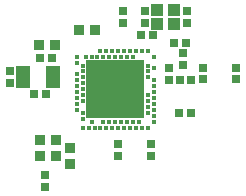
<source format=gts>
G04*
G04 #@! TF.GenerationSoftware,Altium Limited,Altium Designer,19.0.10 (269)*
G04*
G04 Layer_Color=8388736*
%FSLAX24Y24*%
%MOIN*%
G70*
G01*
G75*
%ADD24R,0.0277X0.0296*%
%ADD25R,0.0296X0.0257*%
%ADD26R,0.0257X0.0296*%
%ADD27R,0.0316X0.0257*%
%ADD28R,0.0375X0.0355*%
%ADD29R,0.0434X0.0395*%
%ADD30R,0.0355X0.0375*%
%ADD31C,0.0148*%
%ADD32R,0.1949X0.1949*%
%ADD33R,0.0454X0.0769*%
D24*
X-2335Y-2864D02*
D03*
Y-3258D02*
D03*
D25*
X2520Y-787D02*
D03*
X2126D02*
D03*
X2362Y1545D02*
D03*
X1969D02*
D03*
X876Y1791D02*
D03*
X1270D02*
D03*
X-2096Y1033D02*
D03*
X-2490D02*
D03*
X-2314Y-167D02*
D03*
X-2708D02*
D03*
D26*
X4039Y323D02*
D03*
Y717D02*
D03*
X1792Y699D02*
D03*
Y305D02*
D03*
X2266Y803D02*
D03*
Y1197D02*
D03*
X2916Y717D02*
D03*
Y323D02*
D03*
X1191Y-1821D02*
D03*
Y-2215D02*
D03*
X98Y-1821D02*
D03*
Y-2215D02*
D03*
X2378Y2597D02*
D03*
Y2203D02*
D03*
X978Y2203D02*
D03*
Y2597D02*
D03*
X266Y2205D02*
D03*
Y2598D02*
D03*
X-3515Y217D02*
D03*
Y610D02*
D03*
D27*
X2539Y302D02*
D03*
X2165Y302D02*
D03*
D28*
X-1971Y-2215D02*
D03*
Y-1683D02*
D03*
X-2503Y-2215D02*
D03*
Y-1683D02*
D03*
X-1496Y-2500D02*
D03*
Y-1969D02*
D03*
D29*
X1392Y2173D02*
D03*
Y2626D02*
D03*
X1963D02*
D03*
Y2173D02*
D03*
D30*
X-2549Y1467D02*
D03*
X-2018D02*
D03*
X-1191Y1959D02*
D03*
X-659D02*
D03*
D31*
X886Y1280D02*
D03*
X-492D02*
D03*
X-295D02*
D03*
X-98D02*
D03*
X98D02*
D03*
X295D02*
D03*
X492D02*
D03*
X689D02*
D03*
X1083D02*
D03*
X-1280Y1083D02*
D03*
X-984D02*
D03*
X-787D02*
D03*
X-591D02*
D03*
X-394D02*
D03*
X-197D02*
D03*
X0D02*
D03*
X197D02*
D03*
X394D02*
D03*
X591D02*
D03*
X1280D02*
D03*
X1083Y787D02*
D03*
X-1280Y886D02*
D03*
X-1083Y787D02*
D03*
X1280Y689D02*
D03*
X-1083Y591D02*
D03*
X1083D02*
D03*
X-1280Y492D02*
D03*
X-1083Y394D02*
D03*
X1083D02*
D03*
X-1280Y295D02*
D03*
X1280D02*
D03*
X-1083Y197D02*
D03*
X-1280Y98D02*
D03*
X1280D02*
D03*
X-1083Y0D02*
D03*
X-1280Y-98D02*
D03*
X1280D02*
D03*
X-1083Y-197D02*
D03*
X1083D02*
D03*
X-1280Y-295D02*
D03*
X1280D02*
D03*
X-1083Y-394D02*
D03*
X1083D02*
D03*
X-1280Y-492D02*
D03*
X1280D02*
D03*
X1083Y-591D02*
D03*
X-1280Y-689D02*
D03*
X1280D02*
D03*
X-1083Y-787D02*
D03*
X1083D02*
D03*
X1280Y-886D02*
D03*
X-1083Y-984D02*
D03*
X-787Y-1083D02*
D03*
X-394D02*
D03*
X-197D02*
D03*
X0D02*
D03*
X197D02*
D03*
X394D02*
D03*
X591D02*
D03*
X787D02*
D03*
X1280D02*
D03*
X-1083Y-1280D02*
D03*
X-886D02*
D03*
X-689D02*
D03*
X-492D02*
D03*
X-295D02*
D03*
X-98D02*
D03*
X98D02*
D03*
X295D02*
D03*
X492D02*
D03*
X689D02*
D03*
X886D02*
D03*
X1083D02*
D03*
D32*
X0Y0D02*
D03*
D33*
X-2078Y404D02*
D03*
X-3062D02*
D03*
M02*

</source>
